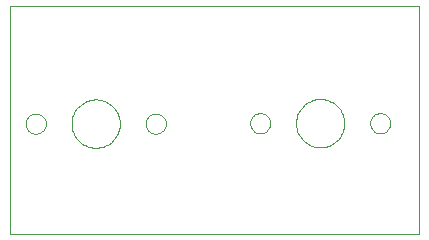
<source format=gtp>
G75*
G70*
%OFA0B0*%
%FSLAX24Y24*%
%IPPOS*%
%LPD*%
%AMOC8*
5,1,8,0,0,1.08239X$1,22.5*
%
%ADD10C,0.0000*%
D10*
X000805Y000555D02*
X000805Y008175D01*
X014422Y008175D01*
X014422Y000555D01*
X000805Y000555D01*
X001318Y004243D02*
X001320Y004279D01*
X001326Y004315D01*
X001336Y004350D01*
X001349Y004384D01*
X001366Y004416D01*
X001387Y004446D01*
X001410Y004474D01*
X001436Y004499D01*
X001465Y004521D01*
X001497Y004540D01*
X001530Y004555D01*
X001564Y004567D01*
X001600Y004575D01*
X001636Y004579D01*
X001672Y004579D01*
X001708Y004575D01*
X001744Y004567D01*
X001778Y004555D01*
X001811Y004540D01*
X001843Y004521D01*
X001872Y004499D01*
X001898Y004474D01*
X001921Y004446D01*
X001942Y004416D01*
X001959Y004384D01*
X001972Y004350D01*
X001982Y004315D01*
X001988Y004279D01*
X001990Y004243D01*
X001988Y004207D01*
X001982Y004171D01*
X001972Y004136D01*
X001959Y004102D01*
X001942Y004070D01*
X001921Y004040D01*
X001898Y004012D01*
X001872Y003987D01*
X001843Y003965D01*
X001811Y003946D01*
X001778Y003931D01*
X001744Y003919D01*
X001708Y003911D01*
X001672Y003907D01*
X001636Y003907D01*
X001600Y003911D01*
X001564Y003919D01*
X001530Y003931D01*
X001497Y003946D01*
X001465Y003965D01*
X001436Y003987D01*
X001410Y004012D01*
X001387Y004040D01*
X001366Y004070D01*
X001349Y004102D01*
X001336Y004136D01*
X001326Y004171D01*
X001320Y004207D01*
X001318Y004243D01*
X002849Y004243D02*
X002851Y004299D01*
X002857Y004355D01*
X002867Y004410D01*
X002880Y004465D01*
X002898Y004518D01*
X002919Y004570D01*
X002943Y004621D01*
X002971Y004670D01*
X003003Y004716D01*
X003037Y004760D01*
X003075Y004802D01*
X003115Y004841D01*
X003158Y004877D01*
X003204Y004910D01*
X003251Y004940D01*
X003301Y004967D01*
X003352Y004989D01*
X003405Y005009D01*
X003459Y005024D01*
X003514Y005036D01*
X003570Y005044D01*
X003626Y005048D01*
X003682Y005048D01*
X003738Y005044D01*
X003794Y005036D01*
X003849Y005024D01*
X003903Y005009D01*
X003956Y004989D01*
X004007Y004967D01*
X004056Y004940D01*
X004104Y004910D01*
X004150Y004877D01*
X004193Y004841D01*
X004233Y004802D01*
X004271Y004760D01*
X004305Y004716D01*
X004337Y004670D01*
X004365Y004621D01*
X004389Y004570D01*
X004410Y004518D01*
X004428Y004465D01*
X004441Y004410D01*
X004451Y004355D01*
X004457Y004299D01*
X004459Y004243D01*
X004457Y004187D01*
X004451Y004131D01*
X004441Y004076D01*
X004428Y004021D01*
X004410Y003968D01*
X004389Y003916D01*
X004365Y003865D01*
X004337Y003816D01*
X004305Y003770D01*
X004271Y003726D01*
X004233Y003684D01*
X004193Y003645D01*
X004150Y003609D01*
X004104Y003576D01*
X004057Y003546D01*
X004007Y003519D01*
X003956Y003497D01*
X003903Y003477D01*
X003849Y003462D01*
X003794Y003450D01*
X003738Y003442D01*
X003682Y003438D01*
X003626Y003438D01*
X003570Y003442D01*
X003514Y003450D01*
X003459Y003462D01*
X003405Y003477D01*
X003352Y003497D01*
X003301Y003519D01*
X003251Y003546D01*
X003204Y003576D01*
X003158Y003609D01*
X003115Y003645D01*
X003075Y003684D01*
X003037Y003726D01*
X003003Y003770D01*
X002971Y003816D01*
X002943Y003865D01*
X002919Y003916D01*
X002898Y003968D01*
X002880Y004021D01*
X002867Y004076D01*
X002857Y004131D01*
X002851Y004187D01*
X002849Y004243D01*
X005318Y004243D02*
X005320Y004279D01*
X005326Y004315D01*
X005336Y004350D01*
X005349Y004384D01*
X005366Y004416D01*
X005387Y004446D01*
X005410Y004474D01*
X005436Y004499D01*
X005465Y004521D01*
X005497Y004540D01*
X005530Y004555D01*
X005564Y004567D01*
X005600Y004575D01*
X005636Y004579D01*
X005672Y004579D01*
X005708Y004575D01*
X005744Y004567D01*
X005778Y004555D01*
X005811Y004540D01*
X005843Y004521D01*
X005872Y004499D01*
X005898Y004474D01*
X005921Y004446D01*
X005942Y004416D01*
X005959Y004384D01*
X005972Y004350D01*
X005982Y004315D01*
X005988Y004279D01*
X005990Y004243D01*
X005988Y004207D01*
X005982Y004171D01*
X005972Y004136D01*
X005959Y004102D01*
X005942Y004070D01*
X005921Y004040D01*
X005898Y004012D01*
X005872Y003987D01*
X005843Y003965D01*
X005811Y003946D01*
X005778Y003931D01*
X005744Y003919D01*
X005708Y003911D01*
X005672Y003907D01*
X005636Y003907D01*
X005600Y003911D01*
X005564Y003919D01*
X005530Y003931D01*
X005497Y003946D01*
X005465Y003965D01*
X005436Y003987D01*
X005410Y004012D01*
X005387Y004040D01*
X005366Y004070D01*
X005349Y004102D01*
X005336Y004136D01*
X005326Y004171D01*
X005320Y004207D01*
X005318Y004243D01*
X008800Y004255D02*
X008802Y004291D01*
X008808Y004327D01*
X008818Y004362D01*
X008831Y004396D01*
X008848Y004428D01*
X008869Y004458D01*
X008892Y004486D01*
X008918Y004511D01*
X008947Y004533D01*
X008979Y004552D01*
X009012Y004567D01*
X009046Y004579D01*
X009082Y004587D01*
X009118Y004591D01*
X009154Y004591D01*
X009190Y004587D01*
X009226Y004579D01*
X009260Y004567D01*
X009293Y004552D01*
X009325Y004533D01*
X009354Y004511D01*
X009380Y004486D01*
X009403Y004458D01*
X009424Y004428D01*
X009441Y004396D01*
X009454Y004362D01*
X009464Y004327D01*
X009470Y004291D01*
X009472Y004255D01*
X009470Y004219D01*
X009464Y004183D01*
X009454Y004148D01*
X009441Y004114D01*
X009424Y004082D01*
X009403Y004052D01*
X009380Y004024D01*
X009354Y003999D01*
X009325Y003977D01*
X009293Y003958D01*
X009260Y003943D01*
X009226Y003931D01*
X009190Y003923D01*
X009154Y003919D01*
X009118Y003919D01*
X009082Y003923D01*
X009046Y003931D01*
X009012Y003943D01*
X008979Y003958D01*
X008947Y003977D01*
X008918Y003999D01*
X008892Y004024D01*
X008869Y004052D01*
X008848Y004082D01*
X008831Y004114D01*
X008818Y004148D01*
X008808Y004183D01*
X008802Y004219D01*
X008800Y004255D01*
X010331Y004255D02*
X010333Y004311D01*
X010339Y004367D01*
X010349Y004422D01*
X010362Y004477D01*
X010380Y004530D01*
X010401Y004582D01*
X010425Y004633D01*
X010453Y004682D01*
X010485Y004728D01*
X010519Y004772D01*
X010557Y004814D01*
X010597Y004853D01*
X010640Y004889D01*
X010686Y004922D01*
X010733Y004952D01*
X010783Y004979D01*
X010834Y005001D01*
X010887Y005021D01*
X010941Y005036D01*
X010996Y005048D01*
X011052Y005056D01*
X011108Y005060D01*
X011164Y005060D01*
X011220Y005056D01*
X011276Y005048D01*
X011331Y005036D01*
X011385Y005021D01*
X011438Y005001D01*
X011489Y004979D01*
X011538Y004952D01*
X011586Y004922D01*
X011632Y004889D01*
X011675Y004853D01*
X011715Y004814D01*
X011753Y004772D01*
X011787Y004728D01*
X011819Y004682D01*
X011847Y004633D01*
X011871Y004582D01*
X011892Y004530D01*
X011910Y004477D01*
X011923Y004422D01*
X011933Y004367D01*
X011939Y004311D01*
X011941Y004255D01*
X011939Y004199D01*
X011933Y004143D01*
X011923Y004088D01*
X011910Y004033D01*
X011892Y003980D01*
X011871Y003928D01*
X011847Y003877D01*
X011819Y003828D01*
X011787Y003782D01*
X011753Y003738D01*
X011715Y003696D01*
X011675Y003657D01*
X011632Y003621D01*
X011586Y003588D01*
X011539Y003558D01*
X011489Y003531D01*
X011438Y003509D01*
X011385Y003489D01*
X011331Y003474D01*
X011276Y003462D01*
X011220Y003454D01*
X011164Y003450D01*
X011108Y003450D01*
X011052Y003454D01*
X010996Y003462D01*
X010941Y003474D01*
X010887Y003489D01*
X010834Y003509D01*
X010783Y003531D01*
X010733Y003558D01*
X010686Y003588D01*
X010640Y003621D01*
X010597Y003657D01*
X010557Y003696D01*
X010519Y003738D01*
X010485Y003782D01*
X010453Y003828D01*
X010425Y003877D01*
X010401Y003928D01*
X010380Y003980D01*
X010362Y004033D01*
X010349Y004088D01*
X010339Y004143D01*
X010333Y004199D01*
X010331Y004255D01*
X012800Y004255D02*
X012802Y004291D01*
X012808Y004327D01*
X012818Y004362D01*
X012831Y004396D01*
X012848Y004428D01*
X012869Y004458D01*
X012892Y004486D01*
X012918Y004511D01*
X012947Y004533D01*
X012979Y004552D01*
X013012Y004567D01*
X013046Y004579D01*
X013082Y004587D01*
X013118Y004591D01*
X013154Y004591D01*
X013190Y004587D01*
X013226Y004579D01*
X013260Y004567D01*
X013293Y004552D01*
X013325Y004533D01*
X013354Y004511D01*
X013380Y004486D01*
X013403Y004458D01*
X013424Y004428D01*
X013441Y004396D01*
X013454Y004362D01*
X013464Y004327D01*
X013470Y004291D01*
X013472Y004255D01*
X013470Y004219D01*
X013464Y004183D01*
X013454Y004148D01*
X013441Y004114D01*
X013424Y004082D01*
X013403Y004052D01*
X013380Y004024D01*
X013354Y003999D01*
X013325Y003977D01*
X013293Y003958D01*
X013260Y003943D01*
X013226Y003931D01*
X013190Y003923D01*
X013154Y003919D01*
X013118Y003919D01*
X013082Y003923D01*
X013046Y003931D01*
X013012Y003943D01*
X012979Y003958D01*
X012947Y003977D01*
X012918Y003999D01*
X012892Y004024D01*
X012869Y004052D01*
X012848Y004082D01*
X012831Y004114D01*
X012818Y004148D01*
X012808Y004183D01*
X012802Y004219D01*
X012800Y004255D01*
M02*

</source>
